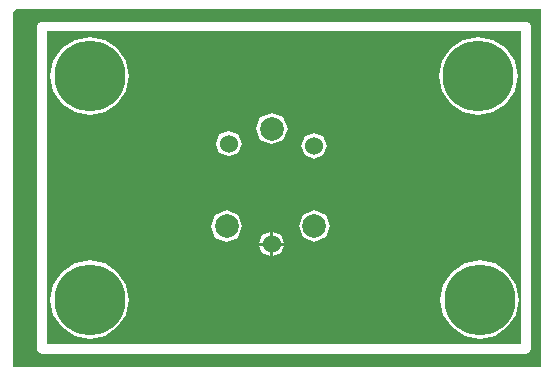
<source format=gbl>
%FSLAX23Y23*%
%MOIN*%
G70*
G01*
G75*
G04 Layer_Physical_Order=2*
G04 Layer_Color=16711680*
%ADD10R,0.035X0.031*%
%ADD11R,0.079X0.079*%
%ADD12R,0.051X0.079*%
%ADD13R,0.118X0.039*%
%ADD14R,0.118X0.059*%
%ADD15C,0.010*%
%ADD16C,0.079*%
%ADD17C,0.060*%
%ADD18C,0.039*%
%ADD19C,0.236*%
G36*
X1665Y-55D02*
X1660Y-60D01*
X-95D01*
Y1125D01*
X-85Y1135D01*
X1665D01*
Y-55D01*
D02*
G37*
%LPC*%
G36*
X1615Y1091D02*
X0D01*
X-11Y1086D01*
X-16Y1075D01*
Y0D01*
X-11Y-11D01*
X0Y-16D01*
X1615D01*
X1626Y-11D01*
X1631Y0D01*
Y1075D01*
X1626Y1086D01*
X1615Y1091D01*
D02*
G37*
%LPD*%
G36*
X1599Y16D02*
X16D01*
Y1059D01*
X1599D01*
Y16D01*
D02*
G37*
%LPC*%
G36*
X807Y345D02*
X771D01*
Y309D01*
X797Y319D01*
X807Y345D01*
D02*
G37*
G36*
X761Y391D02*
X735Y381D01*
X725Y355D01*
X761D01*
Y391D01*
D02*
G37*
G36*
Y345D02*
X725D01*
X735Y319D01*
X761Y309D01*
Y345D01*
D02*
G37*
G36*
X160Y296D02*
X110Y286D01*
X68Y257D01*
X39Y215D01*
X29Y165D01*
X39Y115D01*
X68Y73D01*
X110Y44D01*
X160Y34D01*
X210Y44D01*
X252Y73D01*
X281Y115D01*
X291Y165D01*
X281Y215D01*
X252Y257D01*
X210Y286D01*
X160Y296D01*
D02*
G37*
G36*
X1460D02*
X1410Y286D01*
X1368Y257D01*
X1339Y215D01*
X1329Y165D01*
X1339Y115D01*
X1368Y73D01*
X1410Y44D01*
X1460Y34D01*
X1510Y44D01*
X1552Y73D01*
X1581Y115D01*
X1591Y165D01*
X1581Y215D01*
X1552Y257D01*
X1510Y286D01*
X1460Y296D01*
D02*
G37*
G36*
X767Y788D02*
X729Y773D01*
X714Y735D01*
X729Y697D01*
X767Y682D01*
X805Y697D01*
X820Y735D01*
X805Y773D01*
X767Y788D01*
D02*
G37*
G36*
X623Y728D02*
X592Y716D01*
X580Y685D01*
X592Y654D01*
X623Y642D01*
X654Y654D01*
X666Y685D01*
X654Y716D01*
X623Y728D01*
D02*
G37*
G36*
X1455Y1041D02*
X1405Y1031D01*
X1363Y1002D01*
X1334Y960D01*
X1324Y910D01*
X1334Y860D01*
X1363Y818D01*
X1405Y789D01*
X1455Y779D01*
X1505Y789D01*
X1547Y818D01*
X1576Y860D01*
X1586Y910D01*
X1576Y960D01*
X1547Y1002D01*
X1505Y1031D01*
X1455Y1041D01*
D02*
G37*
G36*
X160D02*
X110Y1031D01*
X68Y1002D01*
X39Y960D01*
X29Y910D01*
X39Y860D01*
X68Y818D01*
X110Y789D01*
X160Y779D01*
X210Y789D01*
X252Y818D01*
X281Y860D01*
X291Y910D01*
X281Y960D01*
X252Y1002D01*
X210Y1031D01*
X160Y1041D01*
D02*
G37*
G36*
X616Y462D02*
X578Y447D01*
X563Y409D01*
X578Y371D01*
X616Y356D01*
X654Y371D01*
X669Y409D01*
X654Y447D01*
X616Y462D01*
D02*
G37*
G36*
X771Y391D02*
Y355D01*
X807D01*
X797Y381D01*
X771Y391D01*
D02*
G37*
G36*
X907Y721D02*
X876Y709D01*
X864Y678D01*
X876Y647D01*
X907Y635D01*
X938Y647D01*
X950Y678D01*
X938Y709D01*
X907Y721D01*
D02*
G37*
G36*
X909Y463D02*
X871Y448D01*
X856Y410D01*
X871Y372D01*
X909Y357D01*
X947Y372D01*
X962Y410D01*
X947Y448D01*
X909Y463D01*
D02*
G37*
%LPD*%
D16*
Y410D02*
D03*
X616Y409D02*
D03*
X767Y735D02*
D03*
D17*
X766Y350D02*
D03*
X907Y678D02*
D03*
X623Y685D02*
D03*
D18*
X1397Y228D02*
D03*
X1523D02*
D03*
X1460Y254D02*
D03*
X1371Y165D02*
D03*
X1397Y102D02*
D03*
X1460Y76D02*
D03*
X1523Y102D02*
D03*
X1549Y165D02*
D03*
X1544Y910D02*
D03*
X1518Y847D02*
D03*
X1455Y821D02*
D03*
X1392Y847D02*
D03*
X1366Y910D02*
D03*
X1455Y999D02*
D03*
X1518Y973D02*
D03*
X1392D02*
D03*
X97Y228D02*
D03*
X223D02*
D03*
X160Y254D02*
D03*
X71Y165D02*
D03*
X97Y102D02*
D03*
X160Y76D02*
D03*
X223Y102D02*
D03*
X249Y165D02*
D03*
Y910D02*
D03*
X223Y847D02*
D03*
X160Y821D02*
D03*
X97Y847D02*
D03*
X71Y910D02*
D03*
X160Y999D02*
D03*
X223Y973D02*
D03*
X97D02*
D03*
D19*
X1460Y165D02*
D03*
X1455Y910D02*
D03*
X160Y165D02*
D03*
Y910D02*
D03*
M02*

</source>
